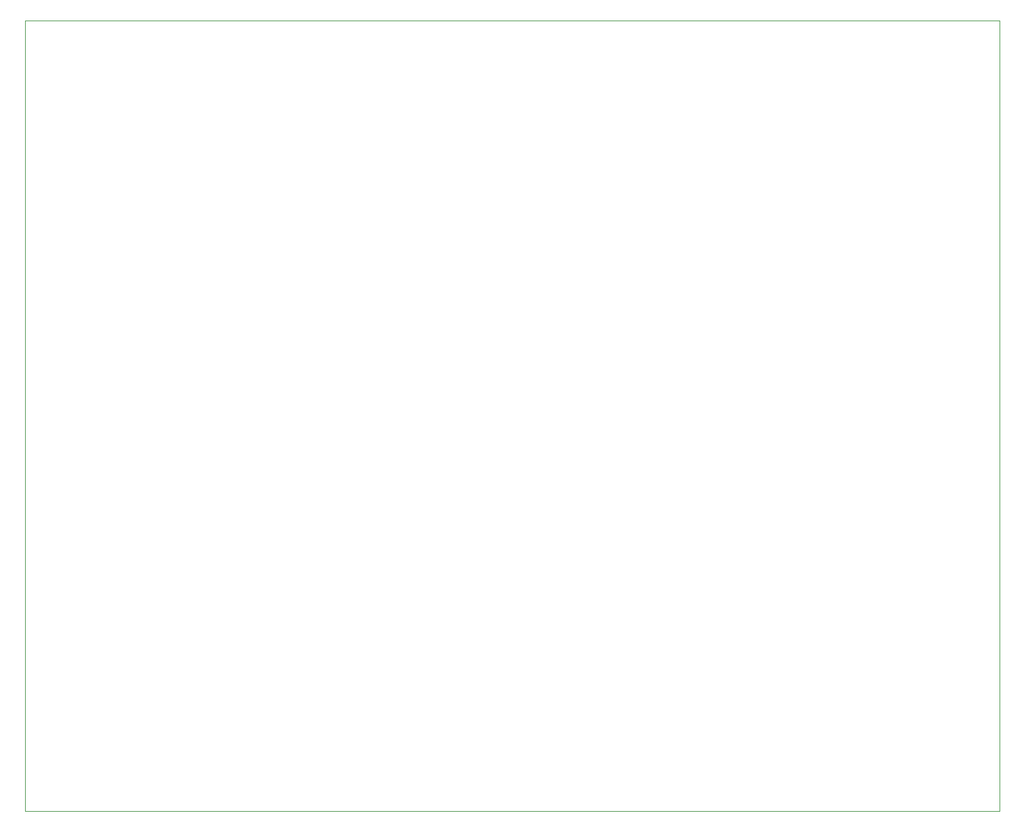
<source format=gbr>
%TF.GenerationSoftware,KiCad,Pcbnew,(6.0.0)*%
%TF.CreationDate,2022-02-22T09:03:57+01:00*%
%TF.ProjectId,hotkeyboard,686f746b-6579-4626-9f61-72642e6b6963,rev?*%
%TF.SameCoordinates,Original*%
%TF.FileFunction,Profile,NP*%
%FSLAX46Y46*%
G04 Gerber Fmt 4.6, Leading zero omitted, Abs format (unit mm)*
G04 Created by KiCad (PCBNEW (6.0.0)) date 2022-02-22 09:03:57*
%MOMM*%
%LPD*%
G01*
G04 APERTURE LIST*
%TA.AperFunction,Profile*%
%ADD10C,0.100000*%
%TD*%
G04 APERTURE END LIST*
D10*
X40005000Y-127000000D02*
X168275000Y-127000000D01*
X168275000Y-127000000D02*
X168275000Y-22860000D01*
X168275000Y-22860000D02*
X40005000Y-22860000D01*
X40005000Y-22860000D02*
X40005000Y-127000000D01*
M02*

</source>
